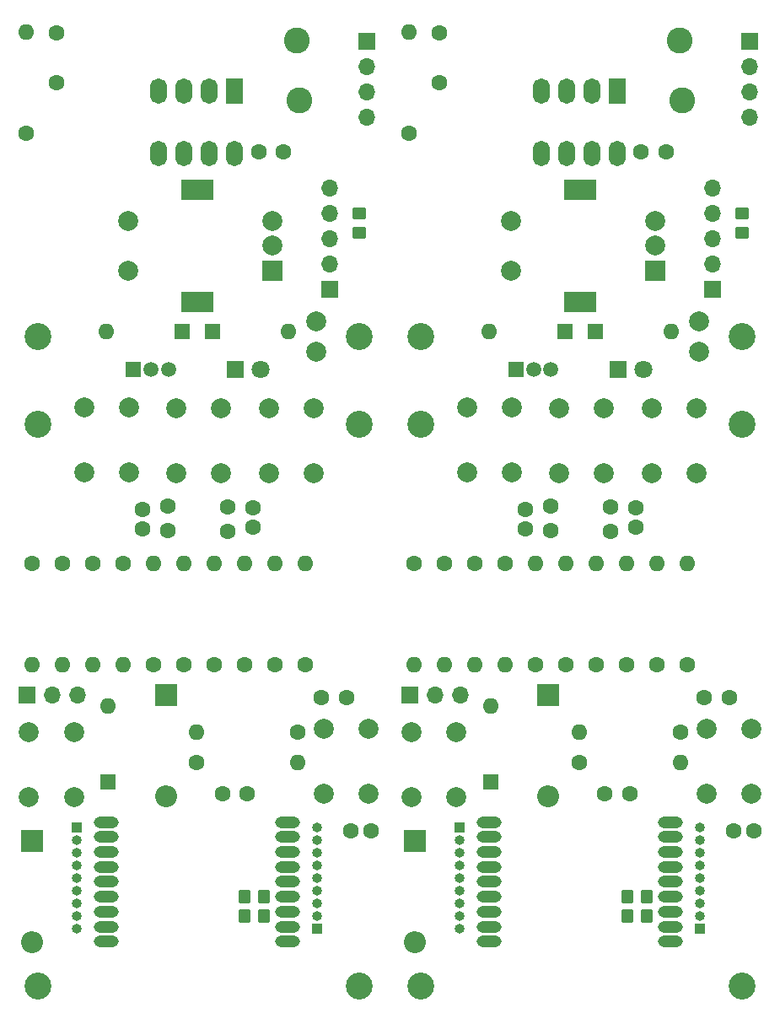
<source format=gbs>
G04 #@! TF.GenerationSoftware,KiCad,Pcbnew,7.0.1*
G04 #@! TF.CreationDate,2023-11-25T15:53:11+01:00*
G04 #@! TF.ProjectId,Spotify_controller_nutzen,53706f74-6966-4795-9f63-6f6e74726f6c,rev?*
G04 #@! TF.SameCoordinates,Original*
G04 #@! TF.FileFunction,Soldermask,Bot*
G04 #@! TF.FilePolarity,Negative*
%FSLAX46Y46*%
G04 Gerber Fmt 4.6, Leading zero omitted, Abs format (unit mm)*
G04 Created by KiCad (PCBNEW 7.0.1) date 2023-11-25 15:53:11*
%MOMM*%
%LPD*%
G01*
G04 APERTURE LIST*
G04 Aperture macros list*
%AMRoundRect*
0 Rectangle with rounded corners*
0 $1 Rounding radius*
0 $2 $3 $4 $5 $6 $7 $8 $9 X,Y pos of 4 corners*
0 Add a 4 corners polygon primitive as box body*
4,1,4,$2,$3,$4,$5,$6,$7,$8,$9,$2,$3,0*
0 Add four circle primitives for the rounded corners*
1,1,$1+$1,$2,$3*
1,1,$1+$1,$4,$5*
1,1,$1+$1,$6,$7*
1,1,$1+$1,$8,$9*
0 Add four rect primitives between the rounded corners*
20,1,$1+$1,$2,$3,$4,$5,0*
20,1,$1+$1,$4,$5,$6,$7,0*
20,1,$1+$1,$6,$7,$8,$9,0*
20,1,$1+$1,$8,$9,$2,$3,0*%
G04 Aperture macros list end*
%ADD10RoundRect,0.250000X0.450000X-0.350000X0.450000X0.350000X-0.450000X0.350000X-0.450000X-0.350000X0*%
%ADD11R,2.200000X2.200000*%
%ADD12O,2.200000X2.200000*%
%ADD13RoundRect,0.250000X-0.350000X-0.450000X0.350000X-0.450000X0.350000X0.450000X-0.350000X0.450000X0*%
%ADD14C,2.700000*%
%ADD15C,1.600000*%
%ADD16O,1.600000X1.600000*%
%ADD17R,1.700000X1.700000*%
%ADD18O,1.700000X1.700000*%
%ADD19R,1.600000X1.600000*%
%ADD20R,1.700000X2.550000*%
%ADD21O,1.700000X2.550000*%
%ADD22C,2.000000*%
%ADD23R,1.000000X1.000000*%
%ADD24O,1.000000X1.000000*%
%ADD25C,0.100000*%
%ADD26C,2.600000*%
%ADD27R,1.500000X1.500000*%
%ADD28C,1.500000*%
%ADD29R,1.800000X1.800000*%
%ADD30C,1.800000*%
%ADD31R,2.000000X2.000000*%
%ADD32R,3.200000X2.000000*%
%ADD33O,2.500000X1.200000*%
G04 APERTURE END LIST*
D10*
X101930000Y-63992000D03*
X101930000Y-61992000D03*
D11*
X82473600Y-110388400D03*
D12*
X82473600Y-120548400D03*
D13*
X90363600Y-132588000D03*
X92363600Y-132588000D03*
D14*
X101880000Y-74360000D03*
D15*
X95710000Y-114090000D03*
D16*
X85550000Y-114090000D03*
D17*
X68554400Y-110413800D03*
D18*
X71094400Y-110413800D03*
X73634400Y-110413800D03*
D14*
X69680000Y-83180000D03*
D13*
X90363600Y-130606800D03*
X92363600Y-130606800D03*
D14*
X69680000Y-74360000D03*
D19*
X87198000Y-73914000D03*
D16*
X94818000Y-73914000D03*
D15*
X88714001Y-93980000D03*
X88714001Y-91480000D03*
X68500000Y-54019999D03*
D16*
X68500000Y-43859999D03*
D20*
X89357000Y-49717400D03*
D21*
X86817000Y-49717400D03*
X84277000Y-49717400D03*
X81737000Y-49717400D03*
X89357000Y-55997400D03*
X86817000Y-56037400D03*
X84277000Y-56037400D03*
X81737000Y-56037400D03*
D15*
X81203600Y-107340400D03*
D16*
X81203600Y-97180400D03*
D22*
X88051000Y-81586000D03*
X88051000Y-88086000D03*
X83551000Y-81586000D03*
X83551000Y-88086000D03*
X102870000Y-113749100D03*
X102870000Y-120249100D03*
X98370000Y-113749100D03*
X98370000Y-120249100D03*
D14*
X69680000Y-139600000D03*
D15*
X85557801Y-117152400D03*
D16*
X95717801Y-117152400D03*
D15*
X98120000Y-110650000D03*
X100620000Y-110650000D03*
D23*
X97662800Y-133858000D03*
D24*
X97662800Y-132588000D03*
X97662800Y-131318000D03*
X97662800Y-130048000D03*
X97662800Y-128778000D03*
X97662800Y-127508000D03*
X97662800Y-126238000D03*
X97662800Y-124968000D03*
X97662800Y-123698000D03*
D15*
X88148600Y-120276600D03*
X90648600Y-120276600D03*
X82704001Y-91399999D03*
X82704001Y-93899999D03*
D19*
X84150000Y-73914000D03*
D16*
X76530000Y-73914000D03*
D15*
X72059600Y-97180400D03*
D16*
X72059600Y-107340400D03*
D25*
X70552000Y-61422500D03*
X70552000Y-65522500D03*
D15*
X84251600Y-107340400D03*
D16*
X84251600Y-97180400D03*
D26*
X95656200Y-44704000D03*
D15*
X69011600Y-97180400D03*
D16*
X69011600Y-107340400D03*
D17*
X98970000Y-69640000D03*
D18*
X98970000Y-67100000D03*
X98970000Y-64560000D03*
X98970000Y-62020000D03*
X98970000Y-59480000D03*
D22*
X97612000Y-75946000D03*
D15*
X87299600Y-107340400D03*
D16*
X87299600Y-97180400D03*
D15*
X101066400Y-123977400D03*
X103066400Y-123977400D03*
D14*
X101880000Y-83180000D03*
D26*
X95859400Y-50647600D03*
D11*
X69062400Y-125018800D03*
D12*
X69062400Y-135178800D03*
D17*
X102666600Y-44754800D03*
D18*
X102666600Y-47294800D03*
X102666600Y-49834800D03*
X102666600Y-52374800D03*
D27*
X79222400Y-77724000D03*
D28*
X81000400Y-77710400D03*
X82727600Y-77710400D03*
D14*
X101880000Y-139600000D03*
D22*
X97612000Y-72912000D03*
X74280000Y-88000000D03*
X74280000Y-81500000D03*
X78780000Y-88000000D03*
X78780000Y-81500000D03*
D15*
X75107600Y-97180400D03*
D16*
X75107600Y-107340400D03*
D19*
X76707800Y-119075200D03*
D16*
X76707800Y-111455200D03*
D15*
X90347600Y-107340400D03*
D16*
X90347600Y-97180400D03*
D15*
X96443600Y-107340400D03*
D16*
X96443600Y-97180400D03*
D29*
X89484000Y-77712000D03*
D30*
X92024000Y-77712000D03*
D15*
X93395600Y-107340400D03*
D16*
X93395600Y-97180400D03*
D15*
X80164001Y-91739998D03*
X80164001Y-93739998D03*
X71500800Y-43950000D03*
X71500800Y-48950000D03*
D22*
X68750000Y-120590000D03*
X68750000Y-114090000D03*
X73250000Y-120590000D03*
X73250000Y-114090000D03*
X97322000Y-81586000D03*
X97322000Y-88086000D03*
X92822000Y-81586000D03*
X92822000Y-88086000D03*
D15*
X91262000Y-93539999D03*
X91262000Y-91539999D03*
D23*
X73532800Y-123708000D03*
D24*
X73532800Y-124978000D03*
X73532800Y-126248000D03*
X73532800Y-127518000D03*
X73532800Y-128788000D03*
X73532800Y-130058000D03*
X73532800Y-131328000D03*
X73532800Y-132598000D03*
X73532800Y-133868000D03*
D15*
X91790000Y-55880000D03*
X94290000Y-55880000D03*
X78155600Y-97180400D03*
D16*
X78155600Y-107340400D03*
D31*
X93178000Y-67790000D03*
D22*
X93178000Y-62790000D03*
X93178000Y-65290000D03*
D32*
X85678000Y-70890000D03*
X85678000Y-59690000D03*
D22*
X78678000Y-62790000D03*
X78678000Y-67790000D03*
D33*
X94730000Y-135128000D03*
X94730000Y-133628000D03*
X94730000Y-132138000D03*
X94730000Y-130628000D03*
X94730000Y-129128000D03*
X94730000Y-127628000D03*
X94730000Y-126128000D03*
X94730000Y-124628000D03*
X94730000Y-123128000D03*
X76530000Y-123158000D03*
X76530000Y-124628000D03*
X76530000Y-126128000D03*
X76530000Y-127628000D03*
X76530000Y-129128000D03*
X76530000Y-130628000D03*
X76530000Y-132128000D03*
X76530000Y-133628000D03*
X76530000Y-135128000D03*
D15*
X53360000Y-55880000D03*
X55860000Y-55880000D03*
X58013600Y-107340400D03*
D16*
X58013600Y-97180400D03*
D15*
X51917600Y-107340400D03*
D16*
X51917600Y-97180400D03*
D23*
X35102800Y-123708000D03*
D24*
X35102800Y-124978000D03*
X35102800Y-126248000D03*
X35102800Y-127518000D03*
X35102800Y-128788000D03*
X35102800Y-130058000D03*
X35102800Y-131328000D03*
X35102800Y-132598000D03*
X35102800Y-133868000D03*
D15*
X52832000Y-93539999D03*
X52832000Y-91539999D03*
D22*
X58892000Y-81586000D03*
X58892000Y-88086000D03*
X54392000Y-81586000D03*
X54392000Y-88086000D03*
X30320000Y-120590000D03*
X30320000Y-114090000D03*
X34820000Y-120590000D03*
X34820000Y-114090000D03*
D15*
X33070800Y-43950000D03*
X33070800Y-48950000D03*
X41734001Y-91739998D03*
X41734001Y-93739998D03*
X54965600Y-107340400D03*
D16*
X54965600Y-97180400D03*
D29*
X51054000Y-77712000D03*
D30*
X53594000Y-77712000D03*
D33*
X56300000Y-135128000D03*
X56300000Y-133628000D03*
X56300000Y-132138000D03*
X56300000Y-130628000D03*
X56300000Y-129128000D03*
X56300000Y-127628000D03*
X56300000Y-126128000D03*
X56300000Y-124628000D03*
X56300000Y-123128000D03*
X38100000Y-123158000D03*
X38100000Y-124628000D03*
X38100000Y-126128000D03*
X38100000Y-127628000D03*
X38100000Y-129128000D03*
X38100000Y-130628000D03*
X38100000Y-132128000D03*
X38100000Y-133628000D03*
X38100000Y-135128000D03*
D31*
X54748000Y-67790000D03*
D22*
X54748000Y-62790000D03*
X54748000Y-65290000D03*
D32*
X47248000Y-70890000D03*
X47248000Y-59690000D03*
D22*
X40248000Y-62790000D03*
X40248000Y-67790000D03*
D15*
X39725600Y-97180400D03*
D16*
X39725600Y-107340400D03*
D22*
X59182000Y-72912000D03*
D17*
X64236600Y-44754800D03*
D18*
X64236600Y-47294800D03*
X64236600Y-49834800D03*
X64236600Y-52374800D03*
D11*
X30632400Y-125018800D03*
D12*
X30632400Y-135178800D03*
D14*
X63450000Y-139600000D03*
D15*
X36677600Y-97180400D03*
D16*
X36677600Y-107340400D03*
D26*
X57429400Y-50647600D03*
D19*
X38277800Y-119075200D03*
D16*
X38277800Y-111455200D03*
D22*
X35850000Y-88000000D03*
X35850000Y-81500000D03*
X40350000Y-88000000D03*
X40350000Y-81500000D03*
D27*
X40792400Y-77724000D03*
D28*
X42570400Y-77710400D03*
X44297600Y-77710400D03*
D15*
X62636400Y-123977400D03*
X64636400Y-123977400D03*
D22*
X49621000Y-81586000D03*
X49621000Y-88086000D03*
X45121000Y-81586000D03*
X45121000Y-88086000D03*
D23*
X59232800Y-133858000D03*
D24*
X59232800Y-132588000D03*
X59232800Y-131318000D03*
X59232800Y-130048000D03*
X59232800Y-128778000D03*
X59232800Y-127508000D03*
X59232800Y-126238000D03*
X59232800Y-124968000D03*
X59232800Y-123698000D03*
D15*
X30581600Y-97180400D03*
D16*
X30581600Y-107340400D03*
D15*
X42773600Y-107340400D03*
D16*
X42773600Y-97180400D03*
D15*
X59690000Y-110650000D03*
X62190000Y-110650000D03*
D26*
X57226200Y-44704000D03*
D15*
X45821600Y-107340400D03*
D16*
X45821600Y-97180400D03*
D25*
X32122000Y-61422500D03*
X32122000Y-65522500D03*
D15*
X48869600Y-107340400D03*
D16*
X48869600Y-97180400D03*
D22*
X64440000Y-113749100D03*
X64440000Y-120249100D03*
X59940000Y-113749100D03*
X59940000Y-120249100D03*
D14*
X63450000Y-83180000D03*
D22*
X59182000Y-75946000D03*
D15*
X49718600Y-120276600D03*
X52218600Y-120276600D03*
X47127801Y-117152400D03*
D16*
X57287801Y-117152400D03*
D19*
X45720000Y-73914000D03*
D16*
X38100000Y-73914000D03*
D15*
X33629600Y-97180400D03*
D16*
X33629600Y-107340400D03*
D14*
X31250000Y-139600000D03*
D17*
X60540000Y-69640000D03*
D18*
X60540000Y-67100000D03*
X60540000Y-64560000D03*
X60540000Y-62020000D03*
X60540000Y-59480000D03*
D15*
X44274001Y-91399999D03*
X44274001Y-93899999D03*
D17*
X30124400Y-110413800D03*
D18*
X32664400Y-110413800D03*
X35204400Y-110413800D03*
D15*
X50284001Y-93980000D03*
X50284001Y-91480000D03*
D20*
X50927000Y-49717400D03*
D21*
X48387000Y-49717400D03*
X45847000Y-49717400D03*
X43307000Y-49717400D03*
X50927000Y-55997400D03*
X48387000Y-56037400D03*
X45847000Y-56037400D03*
X43307000Y-56037400D03*
D11*
X44043600Y-110388400D03*
D12*
X44043600Y-120548400D03*
D14*
X31250000Y-83180000D03*
D19*
X48768000Y-73914000D03*
D16*
X56388000Y-73914000D03*
D15*
X30070000Y-54019999D03*
D16*
X30070000Y-43859999D03*
D15*
X57280000Y-114090000D03*
D16*
X47120000Y-114090000D03*
D14*
X63450000Y-74360000D03*
D13*
X51933600Y-130606800D03*
X53933600Y-130606800D03*
D14*
X31250000Y-74360000D03*
D13*
X51933600Y-132588000D03*
X53933600Y-132588000D03*
D10*
X63500000Y-63992000D03*
X63500000Y-61992000D03*
M02*

</source>
